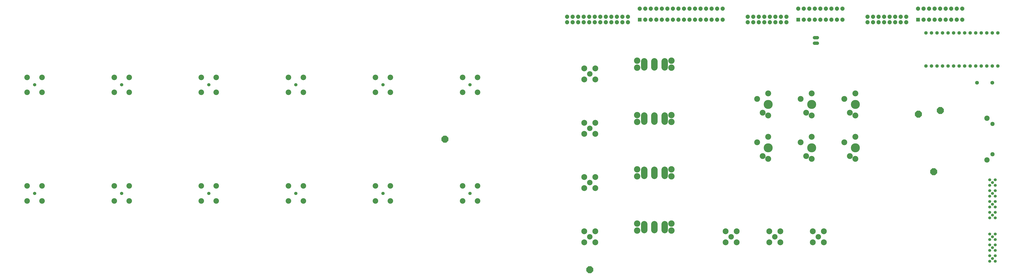
<source format=gbs>
G75*
%MOIN*%
%OFA0B0*%
%FSLAX25Y25*%
%IPPOS*%
%LPD*%
%AMOC8*
5,1,8,0,0,1.08239X$1,22.5*
%
%ADD10C,0.05915*%
%ADD11C,0.10049*%
%ADD12C,0.09900*%
%ADD13C,0.10650*%
%ADD14C,0.06899*%
%ADD15C,0.05324*%
%ADD16C,0.11525*%
%ADD17C,0.11525*%
%ADD18OC8,0.12411*%
%ADD19C,0.07687*%
%ADD20C,0.09655*%
%ADD21C,0.10724*%
%ADD22C,0.10600*%
%ADD23C,0.16350*%
%ADD24C,0.06300*%
%ADD25OC8,0.07096*%
%ADD26R,0.07096X0.07096*%
%ADD27OC8,0.07200*%
%ADD28C,0.06000*%
D10*
X0229106Y0217835D03*
X0386586Y0217835D03*
X0544066Y0217835D03*
X0701547Y0217835D03*
X0859027Y0217835D03*
X1016507Y0217835D03*
X1016507Y0414686D03*
X0859027Y0414686D03*
X0701547Y0414686D03*
X0544066Y0414686D03*
X0386586Y0414686D03*
X0229106Y0414686D03*
D11*
X0215602Y0204331D03*
X0242610Y0204331D03*
X0242610Y0231339D03*
X0215602Y0231339D03*
X0373082Y0231339D03*
X0400090Y0231339D03*
X0400090Y0204331D03*
X0373082Y0204331D03*
X0530563Y0204331D03*
X0557570Y0204331D03*
X0557570Y0231339D03*
X0530563Y0231339D03*
X0688043Y0231339D03*
X0715051Y0231339D03*
X0715051Y0204331D03*
X0688043Y0204331D03*
X0845523Y0204331D03*
X0872531Y0204331D03*
X0872531Y0231339D03*
X0845523Y0231339D03*
X1003003Y0231339D03*
X1030011Y0231339D03*
X1030011Y0204331D03*
X1003003Y0204331D03*
X1003003Y0401182D03*
X1030011Y0401182D03*
X1030011Y0428190D03*
X1003003Y0428190D03*
X0872531Y0428190D03*
X0845523Y0428190D03*
X0845523Y0401182D03*
X0872531Y0401182D03*
X0715051Y0401182D03*
X0688043Y0401182D03*
X0688043Y0428190D03*
X0715051Y0428190D03*
X0557570Y0428190D03*
X0530563Y0428190D03*
X0530563Y0401182D03*
X0557570Y0401182D03*
X0400090Y0401182D03*
X0373082Y0401182D03*
X0373082Y0428190D03*
X0400090Y0428190D03*
X0242610Y0428190D03*
X0215602Y0428190D03*
X0215602Y0401182D03*
X0242610Y0401182D03*
D12*
X1233043Y0434371D03*
X1233043Y0335946D03*
X1233043Y0237520D03*
X1233043Y0139095D03*
X1488948Y0139095D03*
X1567688Y0139095D03*
X1646429Y0139095D03*
D13*
X1656429Y0149095D03*
X1636429Y0149095D03*
X1636429Y0129095D03*
X1656429Y0129095D03*
X1577688Y0129095D03*
X1557688Y0129095D03*
X1498948Y0129095D03*
X1478948Y0129095D03*
X1478948Y0149095D03*
X1498948Y0149095D03*
X1557688Y0149095D03*
X1577688Y0149095D03*
X1243043Y0149095D03*
X1223043Y0149095D03*
X1223043Y0129095D03*
X1243043Y0129095D03*
X1243043Y0227520D03*
X1223043Y0227520D03*
X1223043Y0247520D03*
X1243043Y0247520D03*
X1243043Y0325946D03*
X1223043Y0325946D03*
X1223043Y0345946D03*
X1243043Y0345946D03*
X1243043Y0424371D03*
X1223043Y0424371D03*
X1223043Y0444371D03*
X1243043Y0444371D03*
D14*
X1933437Y0418623D03*
X1960996Y0418623D03*
D15*
X1956389Y0242520D03*
X1961389Y0237520D03*
X1956389Y0232520D03*
X1966389Y0232520D03*
X1966389Y0242520D03*
X1966389Y0222835D03*
X1961389Y0217835D03*
X1956389Y0212835D03*
X1966389Y0212835D03*
X1956389Y0222835D03*
X1956389Y0203150D03*
X1961389Y0198150D03*
X1956389Y0193150D03*
X1966389Y0193150D03*
X1966389Y0203150D03*
X1966389Y0183465D03*
X1961389Y0178465D03*
X1956389Y0173465D03*
X1966389Y0173465D03*
X1956389Y0183465D03*
X1956389Y0144095D03*
X1961389Y0139095D03*
X1956389Y0134095D03*
X1966389Y0134095D03*
X1966389Y0144095D03*
X1966389Y0124410D03*
X1961389Y0119410D03*
X1956389Y0114410D03*
X1956389Y0124410D03*
X1966389Y0114410D03*
X1966389Y0104725D03*
X1961389Y0099725D03*
X1956389Y0094725D03*
X1956389Y0104725D03*
X1966389Y0094725D03*
D16*
X1368476Y0151349D02*
X1368476Y0162274D01*
X1349972Y0162274D02*
X1349972Y0151349D01*
X1331468Y0151349D02*
X1331468Y0162274D01*
X1331468Y0249774D02*
X1331468Y0260700D01*
X1349972Y0260700D02*
X1349972Y0249774D01*
X1368476Y0249774D02*
X1368476Y0260700D01*
X1368476Y0348200D02*
X1368476Y0359125D01*
X1349972Y0359125D02*
X1349972Y0348200D01*
X1331468Y0348200D02*
X1331468Y0359125D01*
X1331468Y0446625D02*
X1331468Y0457550D01*
X1349972Y0457550D02*
X1349972Y0446625D01*
X1368476Y0446625D02*
X1368476Y0457550D01*
D17*
X1380976Y0458347D03*
X1380976Y0445828D03*
X1318968Y0445828D03*
X1318968Y0458347D03*
X1318968Y0359922D03*
X1318968Y0347402D03*
X1380976Y0347402D03*
X1380976Y0359922D03*
X1380976Y0261497D03*
X1380976Y0248977D03*
X1318968Y0248977D03*
X1318968Y0261497D03*
X1318968Y0163072D03*
X1318968Y0150552D03*
X1380976Y0150552D03*
X1380976Y0163072D03*
D18*
X1233043Y0079646D03*
X1855090Y0257206D03*
X1827531Y0361536D03*
X1867295Y0368229D03*
X0971232Y0316261D03*
D19*
X1961389Y0343820D03*
X1961389Y0288702D03*
D20*
X1951547Y0278465D03*
X1951547Y0354056D03*
D21*
X1713358Y0359253D03*
X1634618Y0359253D03*
X1555877Y0359253D03*
X1555877Y0320513D03*
X1634618Y0320513D03*
X1713358Y0320513D03*
X1713358Y0280513D03*
X1634618Y0280513D03*
X1555877Y0280513D03*
X1555877Y0399253D03*
X1634618Y0399253D03*
X1713358Y0399253D03*
D22*
X1693358Y0389253D03*
X1703358Y0364253D03*
X1624618Y0364253D03*
X1614618Y0389253D03*
X1545877Y0364253D03*
X1535877Y0389253D03*
X1535877Y0310513D03*
X1545877Y0285513D03*
X1614618Y0310513D03*
X1624618Y0285513D03*
X1703358Y0285513D03*
X1693358Y0310513D03*
D23*
X1713358Y0300513D03*
X1634618Y0300513D03*
X1555877Y0300513D03*
X1555877Y0379253D03*
X1634618Y0379253D03*
X1713358Y0379253D03*
D24*
X1841271Y0448859D03*
X1851271Y0448859D03*
X1861271Y0448859D03*
X1871271Y0448859D03*
X1881271Y0448859D03*
X1891271Y0448859D03*
X1901271Y0448859D03*
X1911271Y0448859D03*
X1921271Y0448859D03*
X1931271Y0448859D03*
X1941271Y0448859D03*
X1951271Y0448859D03*
X1961271Y0448859D03*
X1971271Y0448859D03*
X1971271Y0508859D03*
X1961271Y0508859D03*
X1951271Y0508859D03*
X1941271Y0508859D03*
X1931271Y0508859D03*
X1921271Y0508859D03*
X1911271Y0508859D03*
X1901271Y0508859D03*
X1891271Y0508859D03*
X1881271Y0508859D03*
X1871271Y0508859D03*
X1861271Y0508859D03*
X1851271Y0508859D03*
X1841271Y0508859D03*
D25*
X1836744Y0532796D03*
X1846744Y0532796D03*
X1856744Y0532796D03*
X1866744Y0532796D03*
X1876744Y0532796D03*
X1886744Y0532796D03*
X1896744Y0532796D03*
X1906744Y0532796D03*
X1906744Y0552796D03*
X1896744Y0552796D03*
X1886744Y0552796D03*
X1876744Y0552796D03*
X1866744Y0552796D03*
X1856744Y0552796D03*
X1846744Y0552796D03*
X1836744Y0552796D03*
X1826744Y0552796D03*
X1690011Y0552796D03*
X1680011Y0552796D03*
X1670011Y0552796D03*
X1660011Y0552796D03*
X1650011Y0552796D03*
X1640011Y0552796D03*
X1630011Y0552796D03*
X1620011Y0552796D03*
X1610011Y0552796D03*
X1620011Y0532796D03*
X1630011Y0532796D03*
X1640011Y0532796D03*
X1650011Y0532796D03*
X1660011Y0532796D03*
X1670011Y0532796D03*
X1680011Y0532796D03*
X1690011Y0532796D03*
X1473594Y0532796D03*
X1463594Y0532796D03*
X1453594Y0532796D03*
X1443594Y0532796D03*
X1433594Y0532796D03*
X1423594Y0532796D03*
X1413594Y0532796D03*
X1403594Y0532796D03*
X1393594Y0532796D03*
X1383594Y0532796D03*
X1373594Y0532796D03*
X1363594Y0532796D03*
X1353594Y0532796D03*
X1343594Y0532796D03*
X1333594Y0532796D03*
X1333594Y0552796D03*
X1323594Y0552796D03*
X1343594Y0552796D03*
X1353594Y0552796D03*
X1363594Y0552796D03*
X1373594Y0552796D03*
X1383594Y0552796D03*
X1393594Y0552796D03*
X1403594Y0552796D03*
X1413594Y0552796D03*
X1423594Y0552796D03*
X1433594Y0552796D03*
X1443594Y0552796D03*
X1453594Y0552796D03*
X1463594Y0552796D03*
X1473594Y0552796D03*
D26*
X1610011Y0532796D03*
X1826744Y0532796D03*
X1323594Y0532796D03*
D27*
X1302216Y0528190D03*
X1302216Y0538190D03*
X1292216Y0538190D03*
X1282216Y0538190D03*
X1272216Y0538190D03*
X1262216Y0538190D03*
X1252216Y0538190D03*
X1242216Y0538190D03*
X1232216Y0538190D03*
X1222216Y0538190D03*
X1212216Y0538190D03*
X1202216Y0538190D03*
X1192216Y0538190D03*
X1192216Y0528190D03*
X1202216Y0528190D03*
X1212216Y0528190D03*
X1222216Y0528190D03*
X1232216Y0528190D03*
X1242216Y0528190D03*
X1252216Y0528190D03*
X1262216Y0528190D03*
X1272216Y0528190D03*
X1282216Y0528190D03*
X1292216Y0528190D03*
X1518712Y0528190D03*
X1518712Y0538190D03*
X1528712Y0538190D03*
X1538712Y0538190D03*
X1548712Y0538190D03*
X1558712Y0538190D03*
X1568712Y0538190D03*
X1578712Y0538190D03*
X1588712Y0538190D03*
X1588712Y0528190D03*
X1578712Y0528190D03*
X1568712Y0528190D03*
X1558712Y0528190D03*
X1548712Y0528190D03*
X1538712Y0528190D03*
X1528712Y0528190D03*
X1735444Y0528190D03*
X1735444Y0538190D03*
X1745444Y0538190D03*
X1745444Y0528190D03*
X1755444Y0528190D03*
X1755444Y0538190D03*
X1765444Y0538190D03*
X1765444Y0528190D03*
X1775444Y0528190D03*
X1775444Y0538190D03*
X1785444Y0538190D03*
X1785444Y0528190D03*
X1795444Y0528190D03*
X1795444Y0538190D03*
X1805444Y0538190D03*
X1805444Y0528190D03*
D28*
X1644798Y0500276D02*
X1639398Y0500276D01*
X1639398Y0490276D02*
X1644798Y0490276D01*
M02*

</source>
